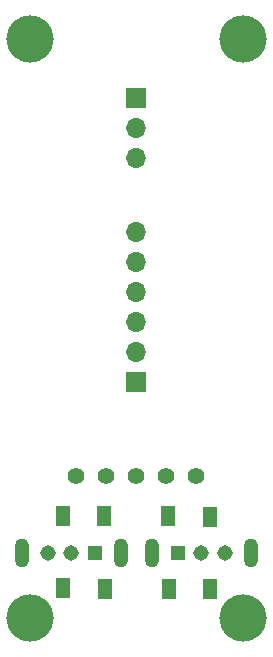
<source format=gbr>
%TF.GenerationSoftware,KiCad,Pcbnew,(6.0.7)*%
%TF.CreationDate,2023-12-15T10:10:15-08:00*%
%TF.ProjectId,NiceView-BKB-Mount,4e696365-5669-4657-972d-424b422d4d6f,rev?*%
%TF.SameCoordinates,Original*%
%TF.FileFunction,Soldermask,Top*%
%TF.FilePolarity,Negative*%
%FSLAX46Y46*%
G04 Gerber Fmt 4.6, Leading zero omitted, Abs format (unit mm)*
G04 Created by KiCad (PCBNEW (6.0.7)) date 2023-12-15 10:10:15*
%MOMM*%
%LPD*%
G01*
G04 APERTURE LIST*
%ADD10C,4.000000*%
%ADD11R,1.300000X1.800000*%
%ADD12R,1.308000X1.308000*%
%ADD13C,1.308000*%
%ADD14O,1.230000X2.460000*%
%ADD15C,1.397000*%
%ADD16R,1.700000X1.700000*%
%ADD17O,1.700000X1.700000*%
G04 APERTURE END LIST*
D10*
%TO.C,TH1*%
X125500000Y-43750000D03*
%TD*%
D11*
%TO.C,RST_SW2*%
X131750000Y-84150000D03*
X131800000Y-90350000D03*
X128300000Y-84150000D03*
X128300000Y-90250000D03*
%TD*%
D12*
%TO.C,PWR_SW1*%
X131000000Y-87250000D03*
D13*
X129000000Y-87250000D03*
X127000000Y-87250000D03*
D14*
X133200000Y-87250000D03*
X124800000Y-87250000D03*
%TD*%
D15*
%TO.C,Nice!View1*%
X129420000Y-80750000D03*
X131960000Y-80750000D03*
X134500000Y-80750000D03*
X137040000Y-80750000D03*
X139580000Y-80750000D03*
%TD*%
D11*
%TO.C,RST_SW1*%
X137200000Y-84150000D03*
X137250000Y-90350000D03*
X140700000Y-84250000D03*
X140700000Y-90350000D03*
%TD*%
D16*
%TO.C,ControllerInput1*%
X134500000Y-72750000D03*
D17*
X134500000Y-70210000D03*
X134500000Y-67670000D03*
X134500000Y-65130000D03*
X134500000Y-62590000D03*
X134500000Y-60050000D03*
%TD*%
D10*
%TO.C,TH1*%
X143500000Y-43750000D03*
%TD*%
D16*
%TO.C,PWR_Connectors1*%
X134500000Y-48750000D03*
D17*
X134500000Y-51290000D03*
X134500000Y-53830000D03*
%TD*%
D10*
%TO.C,TH1*%
X143500000Y-92750000D03*
%TD*%
D12*
%TO.C,PWR_SW2*%
X138000000Y-87250000D03*
D13*
X140000000Y-87250000D03*
X142000000Y-87250000D03*
D14*
X135800000Y-87250000D03*
X144200000Y-87250000D03*
%TD*%
D10*
%TO.C,TH1*%
X125500000Y-92750000D03*
%TD*%
M02*

</source>
